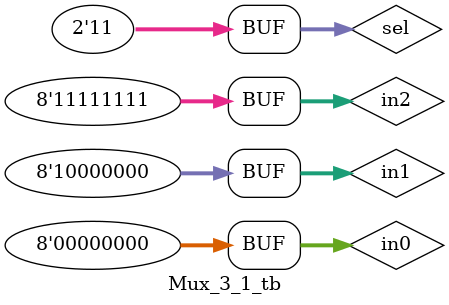
<source format=v>
module Mux_3_1 (output reg [7:0] out, input [7:0] in0, in1, in2, input [1:0] sel);
    always @(in0 or in1 or in2 or sel)
    case(sel)
        2'b00 : out = in0;
        2'b01 : out = in1;
        2'b10 : out = in2;
        default : out = 'bx;
    endcase
endmodule

module Mux_3_1_tb;
    reg [7:0] in0, in1, in2;
    reg [1:0] sel;
    wire [7:0] out;
    Mux_3_1 Test_Mux (out, in0, in1, in2, sel);
    initial begin
        in0 = 0; in1 = 128; in2 = 255;
        #5 sel = 2'b00;
        #5 sel = 2'b01;
        #5 sel = 2'b10;
        #5 sel = 2'b11;
    end
endmodule


</source>
